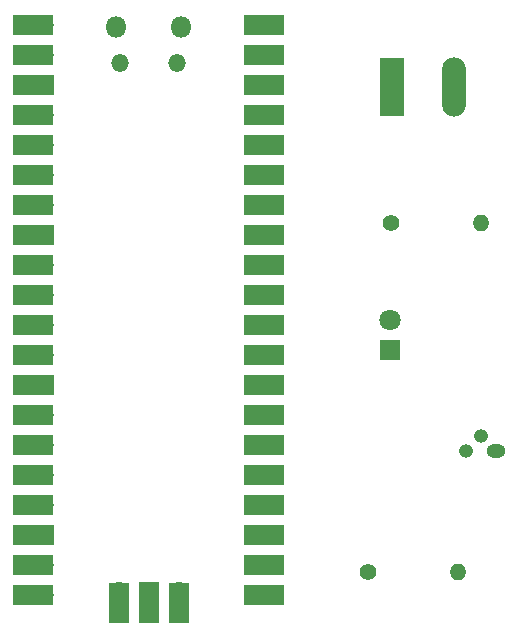
<source format=gbr>
%TF.GenerationSoftware,KiCad,Pcbnew,8.0.0*%
%TF.CreationDate,2024-03-28T11:28:23-03:00*%
%TF.ProjectId,POND_MOD05SEM06,504f4e44-5f4d-44f4-9430-3553454d3036,rev?*%
%TF.SameCoordinates,Original*%
%TF.FileFunction,Soldermask,Top*%
%TF.FilePolarity,Negative*%
%FSLAX46Y46*%
G04 Gerber Fmt 4.6, Leading zero omitted, Abs format (unit mm)*
G04 Created by KiCad (PCBNEW 8.0.0) date 2024-03-28 11:28:23*
%MOMM*%
%LPD*%
G01*
G04 APERTURE LIST*
%ADD10R,2.020000X5.020000*%
%ADD11O,2.020000X5.020000*%
%ADD12C,1.400000*%
%ADD13O,1.400000X1.400000*%
%ADD14R,1.800000X1.800000*%
%ADD15C,1.800000*%
%ADD16O,1.800000X1.800000*%
%ADD17O,1.500000X1.500000*%
%ADD18O,1.700000X1.700000*%
%ADD19R,3.500000X1.700000*%
%ADD20R,1.700000X1.700000*%
%ADD21R,1.700000X3.500000*%
%ADD22O,1.600000X1.200000*%
%ADD23O,1.200000X1.200000*%
G04 APERTURE END LIST*
D10*
%TO.C,J1*%
X117790000Y-49000000D03*
D11*
X122970000Y-49000000D03*
%TD*%
D12*
%TO.C,R1*%
X117690000Y-60500000D03*
D13*
X125310000Y-60500000D03*
%TD*%
D14*
%TO.C,D1*%
X117550000Y-71250000D03*
D15*
X117550000Y-68710000D03*
%TD*%
D13*
%TO.C,R2*%
X123310000Y-90000000D03*
D12*
X115690000Y-90000000D03*
%TD*%
D16*
%TO.C,U1*%
X94420552Y-43865552D03*
D17*
X94720552Y-46895552D03*
X99570552Y-46895552D03*
D16*
X99870552Y-43865552D03*
D18*
X88255552Y-43735552D03*
D19*
X87355552Y-43735552D03*
D18*
X88255552Y-46275552D03*
D19*
X87355552Y-46275552D03*
D20*
X88255552Y-48815552D03*
D19*
X87355552Y-48815552D03*
D18*
X88255552Y-51355552D03*
D19*
X87355552Y-51355552D03*
D18*
X88255552Y-53895552D03*
D19*
X87355552Y-53895552D03*
D18*
X88255552Y-56435552D03*
D19*
X87355552Y-56435552D03*
D18*
X88255552Y-58975552D03*
D19*
X87355552Y-58975552D03*
D20*
X88255552Y-61515552D03*
D19*
X87355552Y-61515552D03*
D18*
X88255552Y-64055552D03*
D19*
X87355552Y-64055552D03*
D18*
X88255552Y-66595552D03*
D19*
X87355552Y-66595552D03*
D18*
X88255552Y-69135552D03*
D19*
X87355552Y-69135552D03*
D18*
X88255552Y-71675552D03*
D19*
X87355552Y-71675552D03*
D20*
X88255552Y-74215552D03*
D19*
X87355552Y-74215552D03*
D18*
X88255552Y-76755552D03*
D19*
X87355552Y-76755552D03*
D18*
X88255552Y-79295552D03*
D19*
X87355552Y-79295552D03*
D18*
X88255552Y-81835552D03*
D19*
X87355552Y-81835552D03*
D18*
X88255552Y-84375552D03*
D19*
X87355552Y-84375552D03*
D20*
X88255552Y-86915552D03*
D19*
X87355552Y-86915552D03*
D18*
X88255552Y-89455552D03*
D19*
X87355552Y-89455552D03*
D18*
X88255552Y-91995552D03*
D19*
X87355552Y-91995552D03*
D18*
X106035552Y-91995552D03*
D19*
X106935552Y-91995552D03*
D18*
X106035552Y-89455552D03*
D19*
X106935552Y-89455552D03*
D20*
X106035552Y-86915552D03*
D19*
X106935552Y-86915552D03*
D18*
X106035552Y-84375552D03*
D19*
X106935552Y-84375552D03*
D18*
X106035552Y-81835552D03*
D19*
X106935552Y-81835552D03*
D18*
X106035552Y-79295552D03*
D19*
X106935552Y-79295552D03*
D18*
X106035552Y-76755552D03*
D19*
X106935552Y-76755552D03*
D20*
X106035552Y-74215552D03*
D19*
X106935552Y-74215552D03*
D18*
X106035552Y-71675552D03*
D19*
X106935552Y-71675552D03*
D18*
X106035552Y-69135552D03*
D19*
X106935552Y-69135552D03*
D18*
X106035552Y-66595552D03*
D19*
X106935552Y-66595552D03*
D18*
X106035552Y-64055552D03*
D19*
X106935552Y-64055552D03*
D20*
X106035552Y-61515552D03*
D19*
X106935552Y-61515552D03*
D18*
X106035552Y-58975552D03*
D19*
X106935552Y-58975552D03*
D18*
X106035552Y-56435552D03*
D19*
X106935552Y-56435552D03*
D18*
X106035552Y-53895552D03*
D19*
X106935552Y-53895552D03*
D18*
X106035552Y-51355552D03*
D19*
X106935552Y-51355552D03*
D20*
X106035552Y-48815552D03*
D19*
X106935552Y-48815552D03*
D18*
X106035552Y-46275552D03*
D19*
X106935552Y-46275552D03*
D18*
X106035552Y-43735552D03*
D19*
X106935552Y-43735552D03*
D18*
X94605552Y-91765552D03*
D21*
X94605552Y-92665552D03*
D20*
X97145552Y-91765552D03*
D21*
X97145552Y-92665552D03*
D18*
X99685552Y-91765552D03*
D21*
X99685552Y-92665552D03*
%TD*%
D22*
%TO.C,Q1*%
X126585276Y-79815276D03*
D23*
X125315276Y-78545276D03*
X124045276Y-79815276D03*
%TD*%
M02*

</source>
